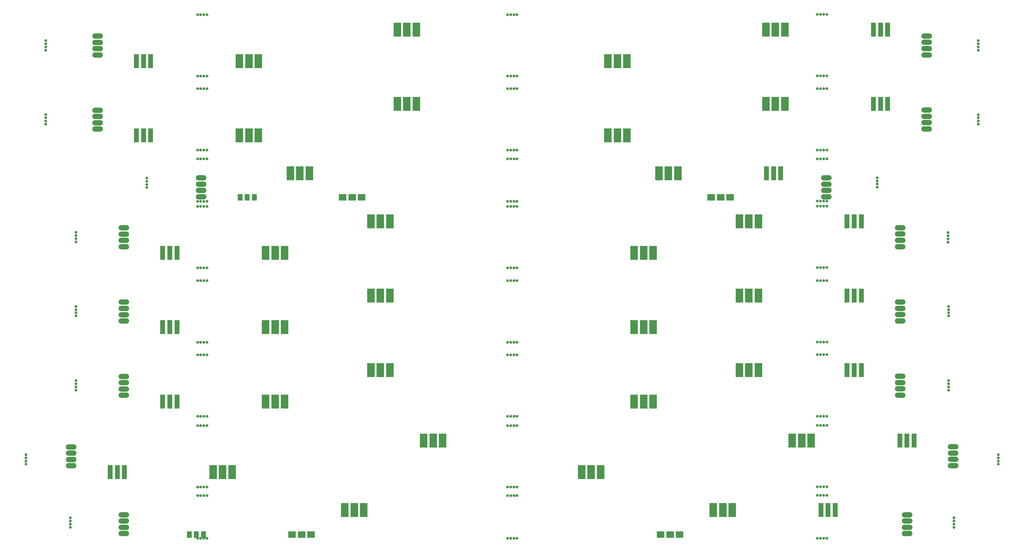
<source format=gbr>
G04 #@! TF.GenerationSoftware,KiCad,Pcbnew,(5.1.0-0)*
G04 #@! TF.CreationDate,2019-05-14T21:28:48-07:00*
G04 #@! TF.ProjectId,InsidePanel,496e7369-6465-4506-916e-656c2e6b6963,rev?*
G04 #@! TF.SameCoordinates,Original*
G04 #@! TF.FileFunction,Soldermask,Bot*
G04 #@! TF.FilePolarity,Negative*
%FSLAX46Y46*%
G04 Gerber Fmt 4.6, Leading zero omitted, Abs format (unit mm)*
G04 Created by KiCad (PCBNEW (5.1.0-0)) date 2019-05-14 21:28:48*
%MOMM*%
%LPD*%
G04 APERTURE LIST*
%ADD10R,2.400000X2.150000*%
%ADD11R,2.400000X4.400000*%
%ADD12R,1.650000X4.400000*%
%ADD13O,3.400000X1.650000*%
%ADD14R,1.650000X2.150000*%
%ADD15C,0.900000*%
G04 APERTURE END LIST*
D10*
X166747004Y-123985487D03*
X172747004Y-123985487D03*
X169747004Y-123985487D03*
D11*
X266866415Y-116365487D03*
X272866415Y-116365487D03*
X269866415Y-116365487D03*
D12*
X300949611Y-116365487D03*
X305449611Y-116365487D03*
X303199611Y-116365487D03*
D13*
X319865927Y-123815487D03*
X319865927Y-121815487D03*
X319865927Y-119815487D03*
X319865927Y-117815487D03*
X121950337Y-123815487D03*
X121950337Y-121815487D03*
X121950337Y-119815487D03*
X121950337Y-117815487D03*
D10*
X286413673Y-123985487D03*
X289413673Y-123985487D03*
X283413673Y-123985487D03*
D14*
X134283667Y-123985487D03*
X138783667Y-123985487D03*
X136533667Y-123985487D03*
D11*
X150200229Y-116365487D03*
X156200229Y-116365487D03*
X153200229Y-116365487D03*
D15*
X367945000Y-75296000D03*
X367945000Y-74296000D03*
X367945000Y-76296000D03*
X367945000Y-77296000D03*
X367945000Y-100796000D03*
X367945000Y-99796000D03*
X367945000Y-97796000D03*
X367945000Y-98796000D03*
X335945000Y-118796000D03*
X335945000Y-117796000D03*
X335945000Y-119796000D03*
X335945000Y-120796000D03*
X358445000Y-138196000D03*
X358445000Y-137196000D03*
X358445000Y-135196000D03*
X358445000Y-136196000D03*
X358545000Y-159596000D03*
X358545000Y-158596000D03*
X358545000Y-160596000D03*
X358545000Y-161596000D03*
X358545000Y-185096000D03*
X358545000Y-184096000D03*
X358545000Y-182096000D03*
X358545000Y-183096000D03*
X374345000Y-206596000D03*
X374345000Y-205596000D03*
X374345000Y-207596000D03*
X374345000Y-208596000D03*
X360245000Y-228596000D03*
X360245000Y-227596000D03*
X360245000Y-225596000D03*
X360245000Y-226596000D03*
X80545000Y-226596000D03*
X80545000Y-225596000D03*
X80545000Y-227596000D03*
X80545000Y-228596000D03*
X66445000Y-208596000D03*
X66445000Y-207596000D03*
X66445000Y-205596000D03*
X66445000Y-206596000D03*
X82345000Y-183096000D03*
X82345000Y-182096000D03*
X82345000Y-184096000D03*
X82345000Y-185096000D03*
X82345000Y-161596000D03*
X82345000Y-160596000D03*
X82345000Y-158596000D03*
X82345000Y-159596000D03*
X82345000Y-136096000D03*
X82345000Y-135096000D03*
X82345000Y-137096000D03*
X82345000Y-138096000D03*
X104745000Y-120896000D03*
X104745000Y-119896000D03*
X104745000Y-117896000D03*
X104745000Y-118896000D03*
X72745000Y-98780000D03*
X72745000Y-97780000D03*
X72745000Y-99780000D03*
X72745000Y-100780000D03*
X72745000Y-77296000D03*
X72745000Y-76296000D03*
X72745000Y-74296000D03*
X72745000Y-75296000D03*
D12*
X103730465Y-104315888D03*
X105980465Y-104315888D03*
X101480465Y-104315888D03*
D11*
X184064530Y-94315888D03*
X190064530Y-94315888D03*
X187064530Y-94315888D03*
D12*
X337063914Y-94315888D03*
X339313914Y-94315888D03*
X334813914Y-94315888D03*
D13*
X351647220Y-96315888D03*
X351647220Y-98315888D03*
X351647220Y-100315888D03*
X351647220Y-102315888D03*
D11*
X303730718Y-94315888D03*
X306730718Y-94315888D03*
X300730718Y-94315888D03*
X137064670Y-104315888D03*
X140064670Y-104315888D03*
X134064670Y-104315888D03*
D13*
X89148186Y-96349222D03*
X89148186Y-98349222D03*
X89148186Y-100349222D03*
X89148186Y-102349222D03*
D11*
X250730858Y-104315888D03*
X256730858Y-104315888D03*
X253730858Y-104315888D03*
D15*
X220974000Y-232137000D03*
X221974000Y-232137000D03*
X219974000Y-232137000D03*
X218974000Y-232137000D03*
X317045000Y-232096000D03*
X318045000Y-232096000D03*
X320045000Y-232096000D03*
X319045000Y-232096000D03*
X120805000Y-232137000D03*
X121805000Y-232137000D03*
X123805000Y-232137000D03*
X122805000Y-232137000D03*
X218974000Y-218537000D03*
X219974000Y-218537000D03*
X221974000Y-218537000D03*
X220974000Y-218537000D03*
X319045000Y-218496000D03*
X320045000Y-218496000D03*
X318045000Y-218496000D03*
X317045000Y-218496000D03*
X122805000Y-218537000D03*
X123805000Y-218537000D03*
X121805000Y-218537000D03*
X120805000Y-218537000D03*
X220974000Y-215837000D03*
X221974000Y-215837000D03*
X219974000Y-215837000D03*
X218974000Y-215837000D03*
X317045000Y-215796000D03*
X318045000Y-215796000D03*
X320045000Y-215796000D03*
X319045000Y-215796000D03*
X120805000Y-215837000D03*
X121805000Y-215837000D03*
X123805000Y-215837000D03*
X122805000Y-215837000D03*
X218974000Y-196337000D03*
X219974000Y-196337000D03*
X221974000Y-196337000D03*
X220974000Y-196337000D03*
X319045000Y-196296000D03*
X320045000Y-196296000D03*
X318045000Y-196296000D03*
X317045000Y-196296000D03*
X122805000Y-196337000D03*
X123805000Y-196337000D03*
X121805000Y-196337000D03*
X120805000Y-196337000D03*
X220974000Y-193437000D03*
X221974000Y-193437000D03*
X219974000Y-193437000D03*
X218974000Y-193437000D03*
X317045000Y-193396000D03*
X318045000Y-193396000D03*
X320045000Y-193396000D03*
X319045000Y-193396000D03*
X120805000Y-193437000D03*
X121805000Y-193437000D03*
X123805000Y-193437000D03*
X122805000Y-193437000D03*
X218974000Y-173937000D03*
X219974000Y-173937000D03*
X221974000Y-173937000D03*
X220974000Y-173937000D03*
X319045000Y-173896000D03*
X320045000Y-173896000D03*
X318045000Y-173896000D03*
X317045000Y-173896000D03*
X122805000Y-173937000D03*
X123805000Y-173937000D03*
X121805000Y-173937000D03*
X120805000Y-173937000D03*
X220974000Y-169937000D03*
X221974000Y-169937000D03*
X219974000Y-169937000D03*
X218974000Y-169937000D03*
X317045000Y-169896000D03*
X318045000Y-169896000D03*
X320045000Y-169896000D03*
X319045000Y-169896000D03*
X120805000Y-169937000D03*
X121805000Y-169937000D03*
X123805000Y-169937000D03*
X122805000Y-169937000D03*
X218974000Y-150437000D03*
X219974000Y-150437000D03*
X221974000Y-150437000D03*
X220974000Y-150437000D03*
X319045000Y-150396000D03*
X320045000Y-150396000D03*
X318045000Y-150396000D03*
X317045000Y-150396000D03*
X122805000Y-150437000D03*
X123805000Y-150437000D03*
X121805000Y-150437000D03*
X120805000Y-150437000D03*
X220974000Y-146337000D03*
X221974000Y-146337000D03*
X219974000Y-146337000D03*
X218974000Y-146337000D03*
X317045000Y-146296000D03*
X318045000Y-146296000D03*
X320045000Y-146296000D03*
X319045000Y-146296000D03*
X120805000Y-146337000D03*
X121805000Y-146337000D03*
X123805000Y-146337000D03*
X122805000Y-146337000D03*
X218974000Y-126837000D03*
X219974000Y-126837000D03*
X221974000Y-126837000D03*
X220974000Y-126837000D03*
X319045000Y-126796000D03*
X320045000Y-126796000D03*
X318045000Y-126796000D03*
X317045000Y-126796000D03*
X122805000Y-126837000D03*
X123805000Y-126837000D03*
X121805000Y-126837000D03*
X120805000Y-126837000D03*
X220974000Y-125237000D03*
X221974000Y-125237000D03*
X219974000Y-125237000D03*
X218974000Y-125237000D03*
X317045000Y-125196000D03*
X318045000Y-125196000D03*
X320045000Y-125196000D03*
X319045000Y-125196000D03*
X120805000Y-125237000D03*
X121805000Y-125237000D03*
X123805000Y-125237000D03*
X122805000Y-125237000D03*
X218974000Y-111837000D03*
X219974000Y-111837000D03*
X221974000Y-111837000D03*
X220974000Y-111837000D03*
X319045000Y-111796000D03*
X320045000Y-111796000D03*
X318045000Y-111796000D03*
X317045000Y-111796000D03*
X122805000Y-111837000D03*
X123805000Y-111837000D03*
X121805000Y-111837000D03*
X120805000Y-111837000D03*
X120805000Y-109037000D03*
X121805000Y-109037000D03*
X123805000Y-109037000D03*
X122805000Y-109037000D03*
X317045000Y-108996000D03*
X318045000Y-108996000D03*
X320045000Y-108996000D03*
X319045000Y-108996000D03*
X220974000Y-109037000D03*
X221974000Y-109037000D03*
X219974000Y-109037000D03*
X218974000Y-109037000D03*
X218974000Y-89537000D03*
X219974000Y-89537000D03*
X221974000Y-89537000D03*
X220974000Y-89537000D03*
X122805000Y-89537000D03*
X123805000Y-89537000D03*
X121805000Y-89537000D03*
X120805000Y-89537000D03*
X319045000Y-89496000D03*
X320045000Y-89496000D03*
X318045000Y-89496000D03*
X317045000Y-89496000D03*
X220974000Y-85537000D03*
X221974000Y-85537000D03*
X219974000Y-85537000D03*
X218974000Y-85537000D03*
X120805000Y-85537000D03*
X121805000Y-85537000D03*
X123805000Y-85537000D03*
X122805000Y-85537000D03*
X317045000Y-85496000D03*
X318045000Y-85496000D03*
X320045000Y-85496000D03*
X319045000Y-85496000D03*
X319045000Y-65996000D03*
X320045000Y-65996000D03*
X318045000Y-65996000D03*
X317045000Y-65996000D03*
X218974000Y-66037000D03*
X219974000Y-66037000D03*
X221974000Y-66037000D03*
X220974000Y-66037000D03*
X122805000Y-66037000D03*
X123805000Y-66037000D03*
X121805000Y-66037000D03*
X120805000Y-66037000D03*
D11*
X142372594Y-141618662D03*
X148372594Y-141618662D03*
X145372594Y-141618662D03*
X262038782Y-141618662D03*
X265038782Y-141618662D03*
X259038782Y-141618662D03*
D13*
X97456110Y-139651996D03*
X97456110Y-137651996D03*
X97456110Y-135651996D03*
X97456110Y-133651996D03*
D12*
X109788658Y-141618662D03*
X114288658Y-141618662D03*
X112038658Y-141618662D03*
D11*
X178705794Y-131618662D03*
X181705794Y-131618662D03*
X175705794Y-131618662D03*
D13*
X343288484Y-139618662D03*
X343288484Y-137618662D03*
X343288484Y-135618662D03*
X343288484Y-133618662D03*
D12*
X326455178Y-131618662D03*
X330955178Y-131618662D03*
X328705178Y-131618662D03*
D11*
X292371982Y-131618662D03*
X298371982Y-131618662D03*
X295371982Y-131618662D03*
X145372594Y-165173662D03*
X148372594Y-165173662D03*
X142372594Y-165173662D03*
X259038782Y-165173662D03*
X265038782Y-165173662D03*
X262038782Y-165173662D03*
D13*
X97456110Y-157206996D03*
X97456110Y-159206996D03*
X97456110Y-161206996D03*
X97456110Y-163206996D03*
D12*
X112038658Y-165173662D03*
X114288658Y-165173662D03*
X109788658Y-165173662D03*
D11*
X175705794Y-155173662D03*
X181705794Y-155173662D03*
X178705794Y-155173662D03*
D13*
X343288484Y-157173662D03*
X343288484Y-159173662D03*
X343288484Y-161173662D03*
X343288484Y-163173662D03*
D11*
X295371982Y-155173662D03*
X298371982Y-155173662D03*
X292371982Y-155173662D03*
D12*
X328705178Y-155173662D03*
X330955178Y-155173662D03*
X326455178Y-155173662D03*
X109788658Y-188728662D03*
X114288658Y-188728662D03*
X112038658Y-188728662D03*
D11*
X178705794Y-178728662D03*
X181705794Y-178728662D03*
X175705794Y-178728662D03*
X142372594Y-188728662D03*
X148372594Y-188728662D03*
X145372594Y-188728662D03*
X262038782Y-188728662D03*
X265038782Y-188728662D03*
X259038782Y-188728662D03*
X292371982Y-178728662D03*
X298371982Y-178728662D03*
X295371982Y-178728662D03*
D12*
X326455178Y-178728662D03*
X330955178Y-178728662D03*
X328705178Y-178728662D03*
D13*
X343288484Y-186728662D03*
X343288484Y-184728662D03*
X343288484Y-182728662D03*
X343288484Y-180728662D03*
X97456110Y-186761996D03*
X97456110Y-184761996D03*
X97456110Y-182761996D03*
X97456110Y-180761996D03*
D12*
X95404911Y-211083820D03*
X97654911Y-211083820D03*
X93154911Y-211083820D03*
D11*
X195405516Y-201083820D03*
X198405516Y-201083820D03*
X192405516Y-201083820D03*
X125739116Y-211083820D03*
X131739116Y-211083820D03*
X128739116Y-211083820D03*
X245405304Y-211083820D03*
X248405304Y-211083820D03*
X242405304Y-211083820D03*
X309071704Y-201083820D03*
X315071704Y-201083820D03*
X312071704Y-201083820D03*
D12*
X343154900Y-201083820D03*
X347654900Y-201083820D03*
X345404900Y-201083820D03*
D13*
X359988206Y-209083820D03*
X359988206Y-207083820D03*
X359988206Y-205083820D03*
X359988206Y-203083820D03*
X80822632Y-209117154D03*
X80822632Y-207117154D03*
X80822632Y-205117154D03*
X80822632Y-203117154D03*
D12*
X101480465Y-80831888D03*
X105980465Y-80831888D03*
X103730465Y-80831888D03*
D11*
X187064530Y-70831888D03*
X190064530Y-70831888D03*
X184064530Y-70831888D03*
X134064670Y-80831888D03*
X140064670Y-80831888D03*
X137064670Y-80831888D03*
X253730858Y-80831888D03*
X256730858Y-80831888D03*
X250730858Y-80831888D03*
X300730718Y-70831888D03*
X306730718Y-70831888D03*
X303730718Y-70831888D03*
D12*
X334813914Y-70831888D03*
X339313914Y-70831888D03*
X337063914Y-70831888D03*
D13*
X351647220Y-78831888D03*
X351647220Y-76831888D03*
X351647220Y-74831888D03*
X351647220Y-72831888D03*
X89148186Y-78865222D03*
X89148186Y-76865222D03*
X89148186Y-74865222D03*
X89148186Y-72865222D03*
D14*
X118183442Y-230880700D03*
X122683442Y-230880700D03*
X120433442Y-230880700D03*
D10*
X270433431Y-230880700D03*
X273433431Y-230880700D03*
X267433431Y-230880700D03*
X150766774Y-230880700D03*
X156766774Y-230880700D03*
X153766774Y-230880700D03*
D11*
X284099354Y-223167700D03*
X290099354Y-223167700D03*
X287099354Y-223167700D03*
X167433168Y-223167700D03*
X173433168Y-223167700D03*
X170433168Y-223167700D03*
D12*
X318182550Y-223167700D03*
X322682550Y-223167700D03*
X320432550Y-223167700D03*
D13*
X345432364Y-230617700D03*
X345432364Y-228617700D03*
X345432364Y-226617700D03*
X345432364Y-224617700D03*
X97516776Y-230617700D03*
X97516776Y-228617700D03*
X97516776Y-226617700D03*
X97516776Y-224617700D03*
M02*

</source>
